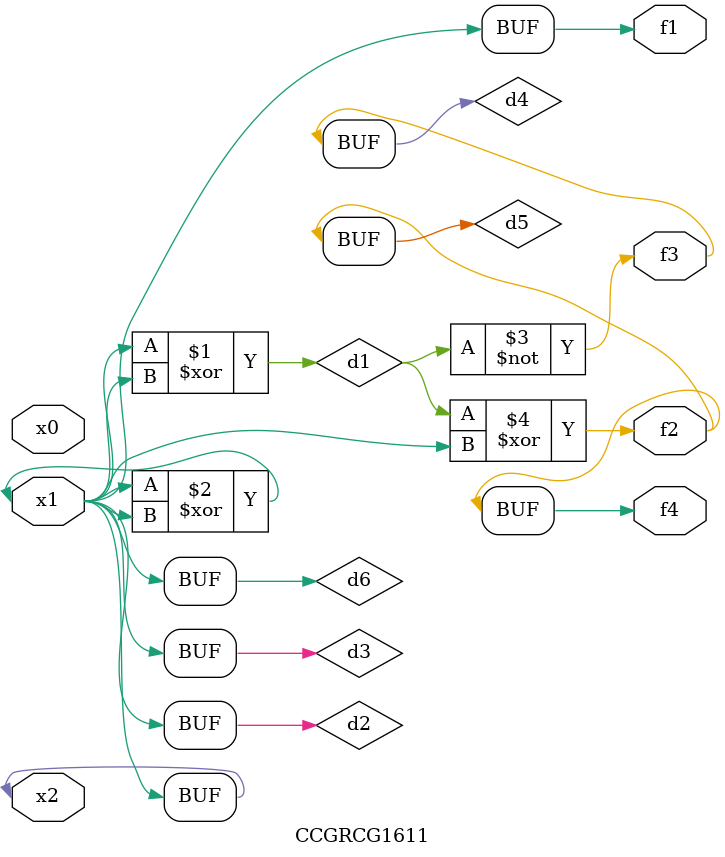
<source format=v>
module CCGRCG1611(
	input x0, x1, x2,
	output f1, f2, f3, f4
);

	wire d1, d2, d3, d4, d5, d6;

	xor (d1, x1, x2);
	buf (d2, x1, x2);
	xor (d3, x1, x2);
	nor (d4, d1);
	xor (d5, d1, d2);
	buf (d6, d2, d3);
	assign f1 = d6;
	assign f2 = d5;
	assign f3 = d4;
	assign f4 = d5;
endmodule

</source>
